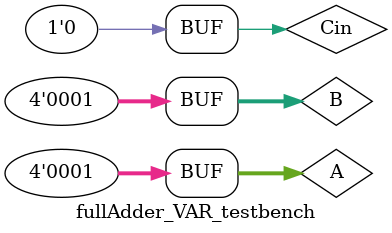
<source format=sv>
`timescale 1ns/10ps
module fullAdder_VAR #(parameter WIDTH = 64) (A,B,Cin,Cout,sum,Cin_most);
	input logic [WIDTH -1:0] A,B;
	input logic Cin;
	output logic Cout, Cin_most;
	output logic [WIDTH -1:0] sum;
	
	logic [WIDTH-2:0] Cio; 
	genvar i;
	
	fullAdder fa0 (.A(A[0]),.B(B[0]), .Cin, .Cout(Cio[0]),.sum(sum[0]));
	generate
		for (i = 1; i < WIDTH - 1; i++) begin : adders
			fullAdder fa (.A(A[i]),.B(B[i]),.Cin(Cio[i-1]),.Cout(Cio[i]),.sum(sum[i]));
		end
	endgenerate 
	fullAdder falast (.A(A[WIDTH-1]), .B(B[WIDTH-1]), .Cin(Cio[WIDTH-2]), .Cout, .sum(sum[WIDTH-1]));
	assign Cin_most = Cio[WIDTH-2];
endmodule

module fullAdder_VAR_testbench();
	logic [3:0] A,B;
	logic Cin;
	logic Cout;
	logic [3:0] sum;
	logic Cin_most;
	
	fullAdder_VAR #(.WIDTH(4)) dut (.A, .B, .Cin, .Cout, .sum, .Cin_most);
	
	initial begin
		A = 4'b0000; B = 4'b0000; Cin = 0; #10;
		A = 4'b1001; B = 4'b1111; Cin = 1; #10;
		A = 4'b0110; B = 4'b0110; Cin = 0; #10;
		A = 4'b1100; B = 4'b1000; Cin = 0; #10;
		A = 4'b1100; B = 4'b1000; Cin = 1; #10;
		A = 4'b0111; B = 4'b0111; Cin = 1; #10;
		A = 4'b1000; B = 4'b1000; Cin = 1; #10;
		A = 4'b0100; B = 4'b0110; Cin = 0; #10;
		A = 4'b0001; B = 4'b0001; Cin = 0; #10;
	end
endmodule

</source>
